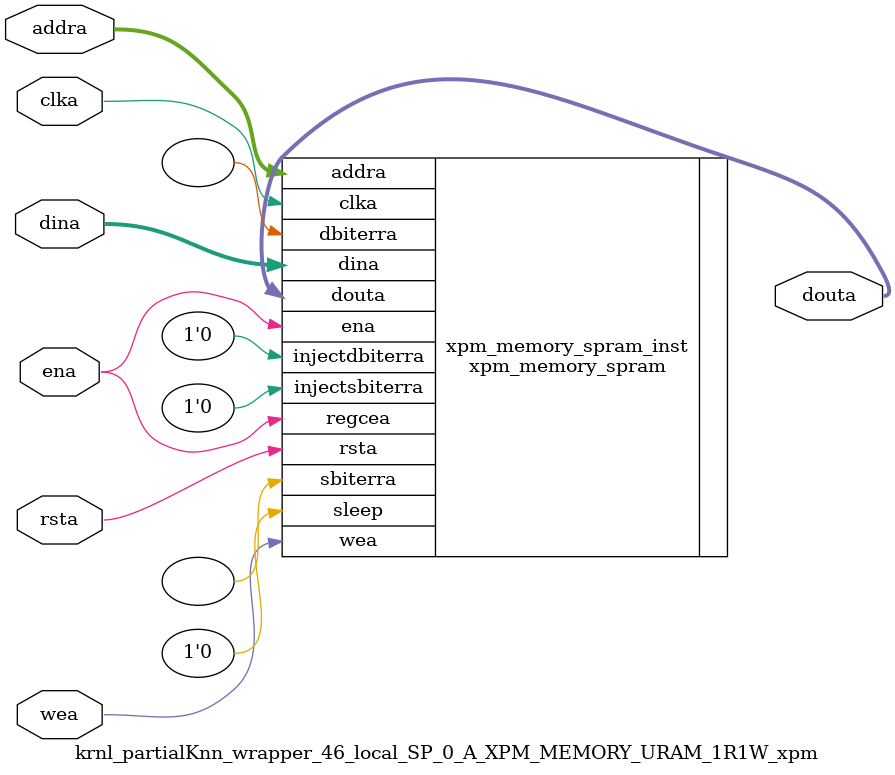
<source format=v>
`timescale 1 ns / 1 ps
module krnl_partialKnn_wrapper_46_local_SP_0_A_XPM_MEMORY_URAM_1R1W_xpm # (
  // Common module parameters
  parameter integer                 MEMORY_SIZE        = 524288,
  parameter                         MEMORY_PRIMITIVE   = "ultra",
  parameter                         ECC_MODE           = "no_ecc",
  parameter                         MEMORY_INIT_FILE   = "none",
  parameter                         WAKEUP_TIME        = "disable_sleep",
  parameter integer                 MESSAGE_CONTROL    = 0,
  // Port A module parameters
  parameter integer                 WRITE_DATA_WIDTH_A = 256,
  parameter integer                 READ_DATA_WIDTH_A  = WRITE_DATA_WIDTH_A,
  parameter integer                 BYTE_WRITE_WIDTH_A = WRITE_DATA_WIDTH_A,
  parameter integer                 ADDR_WIDTH_A       = 11,
  parameter                         READ_RESET_VALUE_A = "0",
  parameter integer                 READ_LATENCY_A     = 1,
  parameter                         WRITE_MODE_A       = "read_first"
) (
  // Port A module ports
  input  wire                                               clka,
  input  wire                                               rsta,
  input  wire                                               ena,
  input  wire [(WRITE_DATA_WIDTH_A/BYTE_WRITE_WIDTH_A)-1:0] wea,
  input  wire [ADDR_WIDTH_A-1:0]                            addra,
  input  wire [WRITE_DATA_WIDTH_A-1:0]                      dina,
  output wire [READ_DATA_WIDTH_A-1:0]                       douta
);
// Set parameter values and connect ports to instantiate an XPM_MEMORY single port RAM configuration
xpm_memory_spram # (
  // Common module parameters
  .MEMORY_SIZE        (MEMORY_SIZE),   //positive integer
  .MEMORY_PRIMITIVE   (MEMORY_PRIMITIVE),      //string; "auto", "distributed", "block" or "ultra";
  .ECC_MODE           (ECC_MODE),      //do not change
  .MEMORY_INIT_FILE   (MEMORY_INIT_FILE), //string; "none" or "<filename>.mem" 
  .MEMORY_INIT_PARAM  (""), //string;
  .WAKEUP_TIME        (WAKEUP_TIME),      //string; "disable_sleep" or "use_sleep_pin"
  .MESSAGE_CONTROL    (MESSAGE_CONTROL),      //do not change
  // Port A module parameters
  .WRITE_DATA_WIDTH_A (WRITE_DATA_WIDTH_A),     //positive integer
  .READ_DATA_WIDTH_A  (READ_DATA_WIDTH_A),     //positive integer
  .BYTE_WRITE_WIDTH_A (BYTE_WRITE_WIDTH_A),     //integer; 8, 9, or WRITE_DATA_WIDTH_A value
  .ADDR_WIDTH_A       (ADDR_WIDTH_A),      //positive integer
  .READ_RESET_VALUE_A (READ_RESET_VALUE_A),  //string
  .READ_LATENCY_A     (READ_LATENCY_A),      //non-negative integer
  .WRITE_MODE_A       (WRITE_MODE_A)       //string; "write_first", "read_first", "no_change"
) xpm_memory_spram_inst (
  // Common module ports
  .sleep          (1'b0),  //do not change
  // Port A module ports
  .clka           (clka),
  .rsta           (rsta),
  .ena            (ena),
  .regcea         (ena),
  .wea            (wea),
  .addra          (addra),
  .dina           (dina),
  .injectsbiterra (1'b0),  //do not change
  .injectdbiterra (1'b0),  //do not change
  .douta          (douta),
  .sbiterra       (),      //do not change
  .dbiterra       ()       //do not change
);
endmodule
</source>
